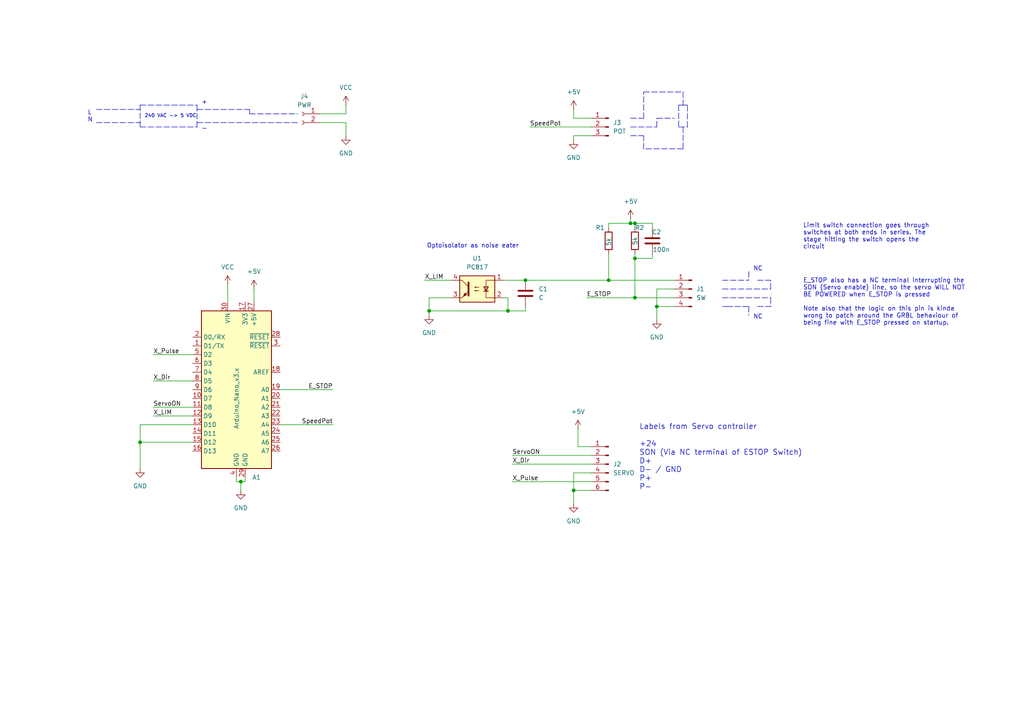
<source format=kicad_sch>
(kicad_sch (version 20231120) (generator "eeschema") (generator_version "8.0")
  (paper "A4")
  (lib_symbols
    (symbol "Connector:Conn_01x02_Female" (pin_names (offset 1.016) hide)
      (property "Reference" "J" (at 0 2.54 0))
      (property "Value" "Conn_01x02_Female" (at 0 -5.08 0))
      (symbol "Conn_01x02_Female_1_1"
        (arc (start 0 -2.032) (mid -0.5058 -2.54) (end 0 -3.048) (stroke (width 0.1524)))
        (polyline (pts (xy -1.27 -2.54) (xy -0.508 -2.54)) (stroke (width 0.1524)))
        (polyline (pts (xy -1.27 0) (xy -0.508 0)) (stroke (width 0.1524)))
        (arc (start 0 0.508) (mid -0.5058 0) (end 0 -0.508) (stroke (width 0.1524)))
        (pin passive line (at -5.08 0 0) (length 3.81) (name "Pin_1") (number "1"))
        (pin passive line (at -5.08 -2.54 0) (length 3.81) (name "Pin_2") (number "2"))
      )
    )
    (symbol "Connector:Conn_01x03_Male" (pin_names (offset 1.016) hide)
      (property "Reference" "J" (at 0 5.08 0))
      (property "Value" "Conn_01x03_Male" (at 0 -5.08 0))
      (symbol "Conn_01x03_Male_1_1"
        (polyline (pts (xy 1.27 -2.54) (xy 0.8636 -2.54)) (stroke (width 0.1524)))
        (polyline (pts (xy 1.27 0) (xy 0.8636 0)) (stroke (width 0.1524)))
        (polyline (pts (xy 1.27 2.54) (xy 0.8636 2.54)) (stroke (width 0.1524)))
        (rectangle (start 0.8636 -2.413) (end 0 -2.667) (stroke (width 0.1524)) (fill (type outline)))
        (rectangle (start 0.8636 0.127) (end 0 -0.127) (stroke (width 0.1524)) (fill (type outline)))
        (rectangle (start 0.8636 2.667) (end 0 2.413) (stroke (width 0.1524)) (fill (type outline)))
        (pin passive line (at 5.08 2.54 180) (length 3.81) (name "Pin_1") (number "1"))
        (pin passive line (at 5.08 0 180) (length 3.81) (name "Pin_2") (number "2"))
        (pin passive line (at 5.08 -2.54 180) (length 3.81) (name "Pin_3") (number "3"))
      )
    )
    (symbol "Connector:Conn_01x04_Male" (pin_names (offset 1.016) hide)
      (property "Reference" "J" (at 0 5.08 0))
      (property "Value" "Conn_01x04_Male" (at 0 -7.62 0))
      (symbol "Conn_01x04_Male_1_1"
        (polyline (pts (xy 1.27 -5.08) (xy 0.8636 -5.08)) (stroke (width 0.1524)))
        (polyline (pts (xy 1.27 -2.54) (xy 0.8636 -2.54)) (stroke (width 0.1524)))
        (polyline (pts (xy 1.27 0) (xy 0.8636 0)) (stroke (width 0.1524)))
        (polyline (pts (xy 1.27 2.54) (xy 0.8636 2.54)) (stroke (width 0.1524)))
        (rectangle (start 0.8636 -4.953) (end 0 -5.207) (stroke (width 0.1524)) (fill (type outline)))
        (rectangle (start 0.8636 -2.413) (end 0 -2.667) (stroke (width 0.1524)) (fill (type outline)))
        (rectangle (start 0.8636 0.127) (end 0 -0.127) (stroke (width 0.1524)) (fill (type outline)))
        (rectangle (start 0.8636 2.667) (end 0 2.413) (stroke (width 0.1524)) (fill (type outline)))
        (pin passive line (at 5.08 2.54 180) (length 3.81) (name "Pin_1") (number "1"))
        (pin passive line (at 5.08 0 180) (length 3.81) (name "Pin_2") (number "2"))
        (pin passive line (at 5.08 -2.54 180) (length 3.81) (name "Pin_3") (number "3"))
        (pin passive line (at 5.08 -5.08 180) (length 3.81) (name "Pin_4") (number "4"))
      )
    )
    (symbol "Connector:Conn_01x06_Male" (pin_names (offset 1.016) hide)
      (property "Reference" "J" (at 0 7.62 0))
      (property "Value" "Conn_01x06_Male" (at 0 -10.16 0))
      (symbol "Conn_01x06_Male_1_1"
        (polyline (pts (xy 1.27 -7.62) (xy 0.8636 -7.62)) (stroke (width 0.1524)))
        (polyline (pts (xy 1.27 -5.08) (xy 0.8636 -5.08)) (stroke (width 0.1524)))
        (polyline (pts (xy 1.27 -2.54) (xy 0.8636 -2.54)) (stroke (width 0.1524)))
        (polyline (pts (xy 1.27 0) (xy 0.8636 0)) (stroke (width 0.1524)))
        (polyline (pts (xy 1.27 2.54) (xy 0.8636 2.54)) (stroke (width 0.1524)))
        (polyline (pts (xy 1.27 5.08) (xy 0.8636 5.08)) (stroke (width 0.1524)))
        (rectangle (start 0.8636 -7.493) (end 0 -7.747) (stroke (width 0.1524)) (fill (type outline)))
        (rectangle (start 0.8636 -4.953) (end 0 -5.207) (stroke (width 0.1524)) (fill (type outline)))
        (rectangle (start 0.8636 -2.413) (end 0 -2.667) (stroke (width 0.1524)) (fill (type outline)))
        (rectangle (start 0.8636 0.127) (end 0 -0.127) (stroke (width 0.1524)) (fill (type outline)))
        (rectangle (start 0.8636 2.667) (end 0 2.413) (stroke (width 0.1524)) (fill (type outline)))
        (rectangle (start 0.8636 5.207) (end 0 4.953) (stroke (width 0.1524)) (fill (type outline)))
        (pin passive line (at 5.08 5.08 180) (length 3.81) (name "Pin_1") (number "1"))
        (pin passive line (at 5.08 2.54 180) (length 3.81) (name "Pin_2") (number "2"))
        (pin passive line (at 5.08 0 180) (length 3.81) (name "Pin_3") (number "3"))
        (pin passive line (at 5.08 -2.54 180) (length 3.81) (name "Pin_4") (number "4"))
        (pin passive line (at 5.08 -5.08 180) (length 3.81) (name "Pin_5") (number "5"))
        (pin passive line (at 5.08 -7.62 180) (length 3.81) (name "Pin_6") (number "6"))
      )
    )
    (symbol "Device:C" (pin_numbers hide) (pin_names (offset 0.254))
      (property "Reference" "C" (at 0.635 2.54 0))
      (property "Value" "C" (at 0.635 -2.54 0))
      (symbol "C_0_1"
        (polyline (pts (xy -2.032 -0.762) (xy 2.032 -0.762)) (stroke (width 0.508)))
        (polyline (pts (xy -2.032 0.762) (xy 2.032 0.762)) (stroke (width 0.508)))
      )
      (symbol "C_1_1"
        (pin passive line (at 0 3.81 270) (length 2.794) (name "~") (number "1"))
        (pin passive line (at 0 -3.81 90) (length 2.794) (name "~") (number "2"))
      )
    )
    (symbol "Device:R" (pin_numbers hide) (pin_names (offset 0))
      (property "Reference" "R" (at 2.032 0 90))
      (property "Value" "R" (at 0 0 90))
      (symbol "R_0_1"
        (rectangle (start -1.016 -2.54) (end 1.016 2.54) (stroke (width 0.254)))
      )
      (symbol "R_1_1"
        (pin passive line (at 0 3.81 270) (length 1.27) (name "~") (number "1"))
        (pin passive line (at 0 -3.81 90) (length 1.27) (name "~") (number "2"))
      )
    )
    (symbol "Isolator:PC817" (pin_names (offset 1.016))
      (property "Reference" "U" (at -5.08 5.08 0))
      (property "Value" "PC817" (at 0 5.08 0))
      (symbol "PC817_0_1"
        (rectangle (start -5.08 3.81) (end 5.08 -3.81) (stroke (width 0.254)) (fill (type background)))
        (polyline (pts (xy -3.175 -0.635) (xy -1.905 -0.635)) (stroke (width 0.254)))
        (polyline (pts (xy 2.54 0.635) (xy 4.445 2.54)))
        (polyline (pts (xy 4.445 -2.54) (xy 2.54 -0.635)) (fill (type outline)))
        (polyline (pts (xy 4.445 -2.54) (xy 5.08 -2.54)))
        (polyline (pts (xy 4.445 2.54) (xy 5.08 2.54)))
        (polyline (pts (xy -5.08 2.54) (xy -2.54 2.54) (xy -2.54 -0.635)))
        (polyline (pts (xy -2.54 -0.635) (xy -2.54 -2.54) (xy -5.08 -2.54)))
        (polyline (pts (xy 2.54 1.905) (xy 2.54 -1.905) (xy 2.54 -1.905)) (stroke (width 0.508)))
        (polyline (pts (xy -2.54 -0.635) (xy -3.175 0.635) (xy -1.905 0.635) (xy -2.54 -0.635)) (stroke (width 0.254)))
        (polyline (pts (xy -0.508 -0.508) (xy 0.762 -0.508) (xy 0.381 -0.635) (xy 0.381 -0.381) (xy 0.762 -0.508)))
        (polyline (pts (xy -0.508 0.508) (xy 0.762 0.508) (xy 0.381 0.381) (xy 0.381 0.635) (xy 0.762 0.508)))
        (polyline (pts (xy 3.048 -1.651) (xy 3.556 -1.143) (xy 4.064 -2.159) (xy 3.048 -1.651) (xy 3.048 -1.651)) (fill (type outline)))
      )
      (symbol "PC817_1_1"
        (pin passive line (at -7.62 2.54 0) (length 2.54) (name "~") (number "1"))
        (pin passive line (at -7.62 -2.54 0) (length 2.54) (name "~") (number "2"))
        (pin passive line (at 7.62 -2.54 180) (length 2.54) (name "~") (number "3"))
        (pin passive line (at 7.62 2.54 180) (length 2.54) (name "~") (number "4"))
      )
    )
    (symbol "MCU_Module:Arduino_Nano_v3.x"
      (property "Reference" "A" (at -10.16 23.495 0))
      (property "Value" "Arduino_Nano_v3.x" (at 5.08 -24.13 0))
      (symbol "Arduino_Nano_v3.x_0_1"
        (rectangle (start -10.16 22.86) (end 10.16 -22.86) (stroke (width 0.254)) (fill (type background)))
      )
      (symbol "Arduino_Nano_v3.x_1_1"
        (pin bidirectional line (at -12.7 12.7 0) (length 2.54) (name "D1/TX") (number "1"))
        (pin bidirectional line (at -12.7 -2.54 0) (length 2.54) (name "D7") (number "10"))
        (pin bidirectional line (at -12.7 -5.08 0) (length 2.54) (name "D8") (number "11"))
        (pin bidirectional line (at -12.7 -7.62 0) (length 2.54) (name "D9") (number "12"))
        (pin bidirectional line (at -12.7 -10.16 0) (length 2.54) (name "D10") (number "13"))
        (pin bidirectional line (at -12.7 -12.7 0) (length 2.54) (name "D11") (number "14"))
        (pin bidirectional line (at -12.7 -15.24 0) (length 2.54) (name "D12") (number "15"))
        (pin bidirectional line (at -12.7 -17.78 0) (length 2.54) (name "D13") (number "16"))
        (pin power_out line (at 2.54 25.4 270) (length 2.54) (name "3V3") (number "17"))
        (pin input line (at 12.7 5.08 180) (length 2.54) (name "AREF") (number "18"))
        (pin bidirectional line (at 12.7 0 180) (length 2.54) (name "A0") (number "19"))
        (pin bidirectional line (at -12.7 15.24 0) (length 2.54) (name "D0/RX") (number "2"))
        (pin bidirectional line (at 12.7 -2.54 180) (length 2.54) (name "A1") (number "20"))
        (pin bidirectional line (at 12.7 -5.08 180) (length 2.54) (name "A2") (number "21"))
        (pin bidirectional line (at 12.7 -7.62 180) (length 2.54) (name "A3") (number "22"))
        (pin bidirectional line (at 12.7 -10.16 180) (length 2.54) (name "A4") (number "23"))
        (pin bidirectional line (at 12.7 -12.7 180) (length 2.54) (name "A5") (number "24"))
        (pin bidirectional line (at 12.7 -15.24 180) (length 2.54) (name "A6") (number "25"))
        (pin bidirectional line (at 12.7 -17.78 180) (length 2.54) (name "A7") (number "26"))
        (pin power_out line (at 5.08 25.4 270) (length 2.54) (name "+5V") (number "27"))
        (pin input line (at 12.7 15.24 180) (length 2.54) (name "~{RESET}") (number "28"))
        (pin power_in line (at 2.54 -25.4 90) (length 2.54) (name "GND") (number "29"))
        (pin input line (at 12.7 12.7 180) (length 2.54) (name "~{RESET}") (number "3"))
        (pin power_in line (at -2.54 25.4 270) (length 2.54) (name "VIN") (number "30"))
        (pin power_in line (at 0 -25.4 90) (length 2.54) (name "GND") (number "4"))
        (pin bidirectional line (at -12.7 10.16 0) (length 2.54) (name "D2") (number "5"))
        (pin bidirectional line (at -12.7 7.62 0) (length 2.54) (name "D3") (number "6"))
        (pin bidirectional line (at -12.7 5.08 0) (length 2.54) (name "D4") (number "7"))
        (pin bidirectional line (at -12.7 2.54 0) (length 2.54) (name "D5") (number "8"))
        (pin bidirectional line (at -12.7 0 0) (length 2.54) (name "D6") (number "9"))
      )
    )
    (symbol "power:+5V" (power) (pin_names (offset 0))
      (property "Value" "+5V" (at 0 3.556 0))
      (symbol "+5V_0_1"
        (polyline (pts (xy -0.762 1.27) (xy 0 2.54)))
        (polyline (pts (xy 0 0) (xy 0 2.54)))
        (polyline (pts (xy 0 2.54) (xy 0.762 1.27)))
      )
      (symbol "+5V_1_1"
        (pin power_in line (at 0 0 90) (length 0) hide (name "+5V") (number "1"))
      )
    )
    (symbol "power:GND" (power) (pin_names (offset 0))
      (property "Value" "GND" (at 0 -3.81 0))
      (symbol "GND_0_1"
        (polyline (pts (xy 0 0) (xy 0 -1.27) (xy 1.27 -1.27) (xy 0 -2.54) (xy -1.27 -1.27) (xy 0 -1.27)))
      )
      (symbol "GND_1_1"
        (pin power_in line (at 0 0 270) (length 0) hide (name "GND") (number "1"))
      )
    )
    (symbol "power:VCC" (power) (pin_names (offset 0))
      (property "Value" "VCC" (at 0 3.81 0))
      (symbol "VCC_0_1"
        (polyline (pts (xy -0.762 1.27) (xy 0 2.54)))
        (polyline (pts (xy 0 0) (xy 0 2.54)))
        (polyline (pts (xy 0 2.54) (xy 0.762 1.27)))
      )
      (symbol "VCC_1_1"
        (pin power_in line (at 0 0 90) (length 0) hide (name "VCC") (number "1"))
      )
    )
  )
  (junction (at 40.64 128.27))
  (junction (at 69.85 139.7))
  (junction (at 184.15 74.93))
  (junction (at 190.5 88.9))
  (junction (at 184.15 64.77))
  (junction (at 124.46 90.17))
  (junction (at 166.37 142.24))
  (junction (at 147.32 90.17))
  (junction (at 152.4 81.28))
  (junction (at 176.53 81.28))
  (junction (at 184.15 86.36))
  (junction (at 182.88 64.77))
  (wire (pts (xy 69.85 139.7) (xy 69.85 142.24)))
  (polyline (pts (xy 219.71 88.9) (xy 223.52 88.9)) (stroke (width 0) (type dash)))
  (polyline (pts (xy 186.69 26.67) (xy 198.12 26.67)) (stroke (width 0) (type dash)))
  (polyline (pts (xy 182.88 36.83) (xy 190.5 36.83)) (stroke (width 0) (type dash)))
  (polyline (pts (xy 209.55 81.28) (xy 217.17 81.28)) (stroke (width 0) (type dash)))
  (wire (pts (xy 184.15 73.66) (xy 184.15 74.93)))
  (polyline (pts (xy 182.88 34.29) (xy 186.69 34.29)) (stroke (width 0) (type dash)))
  (polyline (pts (xy 198.12 26.67) (xy 198.12 30.48)) (stroke (width 0) (type dash)))
  (polyline (pts (xy 223.52 83.82) (xy 223.52 81.28)) (stroke (width 0) (type dash)))
  (polyline (pts (xy 198.12 30.48) (xy 199.39 30.48)) (stroke (width 0) (type dash)))
  (wire (pts (xy 148.59 134.62) (xy 171.45 134.62)))
  (wire (pts (xy 166.37 40.64) (xy 166.37 39.37)))
  (polyline (pts (xy 72.39 31.75) (xy 72.39 33.02)) (stroke (width 0) (type dash)))
  (wire (pts (xy 44.45 102.87) (xy 55.88 102.87)))
  (polyline (pts (xy 40.64 36.83) (xy 57.15 36.83)) (stroke (width 0) (type dash)))
  (wire (pts (xy 73.66 83.82) (xy 73.66 87.63)))
  (wire (pts (xy 184.15 64.77) (xy 189.23 64.77)))
  (polyline (pts (xy 72.39 33.02) (xy 86.36 33.02)) (stroke (width 0) (type dash)))
  (wire (pts (xy 171.45 142.24) (xy 166.37 142.24)))
  (polyline (pts (xy 209.55 83.82) (xy 223.52 83.82)) (stroke (width 0) (type dash)))
  (polyline (pts (xy 198.12 36.83) (xy 198.12 43.18)) (stroke (width 0) (type dash)))
  (wire (pts (xy 100.33 35.56) (xy 100.33 39.37)))
  (polyline (pts (xy 199.39 36.83) (xy 199.39 30.48)) (stroke (width 0) (type dash)))
  (wire (pts (xy 124.46 86.36) (xy 124.46 90.17)))
  (wire (pts (xy 171.45 137.16) (xy 166.37 137.16)))
  (wire (pts (xy 195.58 83.82) (xy 190.5 83.82)))
  (wire (pts (xy 69.85 139.7) (xy 68.58 139.7)))
  (polyline (pts (xy 182.88 39.37) (xy 186.69 39.37)) (stroke (width 0) (type dash)))
  (polyline (pts (xy 57.15 31.75) (xy 72.39 31.75)) (stroke (width 0) (type dash)))
  (wire (pts (xy 176.53 66.04) (xy 176.53 64.77)))
  (polyline (pts (xy 210.82 88.9) (xy 217.17 88.9)) (stroke (width 0) (type dash)))
  (wire (pts (xy 171.45 129.54) (xy 167.64 129.54)))
  (polyline (pts (xy 223.52 86.36) (xy 223.52 88.9)) (stroke (width 0) (type dash)))
  (wire (pts (xy 55.88 123.19) (xy 40.64 123.19)))
  (polyline (pts (xy 57.15 35.56) (xy 86.36 35.56)) (stroke (width 0) (type dash)))
  (wire (pts (xy 170.18 86.36) (xy 184.15 86.36)))
  (wire (pts (xy 71.12 138.43) (xy 71.12 139.7)))
  (polyline (pts (xy 190.5 36.83) (xy 190.5 34.29)) (stroke (width 0) (type dash)))
  (polyline (pts (xy 40.64 30.48) (xy 57.15 30.48)) (stroke (width 0) (type dash)))
  (wire (pts (xy 123.19 81.28) (xy 130.81 81.28)))
  (wire (pts (xy 147.32 86.36) (xy 147.32 90.17)))
  (polyline (pts (xy 219.71 81.28) (xy 223.52 81.28)) (stroke (width 0) (type dash)))
  (wire (pts (xy 124.46 86.36) (xy 130.81 86.36)))
  (polyline (pts (xy 27.94 31.75) (xy 40.64 31.75)) (stroke (width 0) (type dash)))
  (wire (pts (xy 148.59 132.08) (xy 171.45 132.08)))
  (wire (pts (xy 182.88 64.77) (xy 184.15 64.77)))
  (wire (pts (xy 176.53 64.77) (xy 182.88 64.77)))
  (wire (pts (xy 166.37 137.16) (xy 166.37 142.24)))
  (wire (pts (xy 92.71 33.02) (xy 100.33 33.02)))
  (wire (pts (xy 100.33 33.02) (xy 100.33 30.48)))
  (wire (pts (xy 40.64 123.19) (xy 40.64 128.27)))
  (wire (pts (xy 152.4 81.28) (xy 176.53 81.28)))
  (polyline (pts (xy 209.55 86.36) (xy 223.52 86.36)) (stroke (width 0) (type dash)))
  (wire (pts (xy 124.46 90.17) (xy 124.46 91.44)))
  (wire (pts (xy 190.5 83.82) (xy 190.5 88.9)))
  (wire (pts (xy 147.32 90.17) (xy 152.4 90.17)))
  (wire (pts (xy 71.12 139.7) (xy 69.85 139.7)))
  (polyline (pts (xy 186.69 43.18) (xy 186.69 39.37)) (stroke (width 0) (type dash)))
  (polyline (pts (xy 196.85 36.83) (xy 199.39 36.83)) (stroke (width 0) (type dash)))
  (wire (pts (xy 148.59 139.7) (xy 171.45 139.7)))
  (wire (pts (xy 44.45 118.11) (xy 55.88 118.11)))
  (wire (pts (xy 146.05 81.28) (xy 152.4 81.28)))
  (wire (pts (xy 40.64 128.27) (xy 55.88 128.27)))
  (wire (pts (xy 68.58 139.7) (xy 68.58 138.43)))
  (polyline (pts (xy 40.64 30.48) (xy 40.64 36.83)) (stroke (width 0) (type dash)))
  (wire (pts (xy 190.5 92.71) (xy 190.5 88.9)))
  (wire (pts (xy 44.45 110.49) (xy 55.88 110.49)))
  (wire (pts (xy 147.32 90.17) (xy 124.46 90.17)))
  (wire (pts (xy 40.64 128.27) (xy 40.64 135.89)))
  (wire (pts (xy 66.04 82.55) (xy 66.04 87.63)))
  (polyline (pts (xy 198.12 43.18) (xy 186.69 43.18)) (stroke (width 0) (type dash)))
  (polyline (pts (xy 186.69 34.29) (xy 186.69 26.67)) (stroke (width 0) (type dash)))
  (polyline (pts (xy 57.15 36.83) (xy 57.15 30.48)) (stroke (width 0) (type dash)))
  (wire (pts (xy 166.37 142.24) (xy 166.37 146.05)))
  (polyline (pts (xy 217.17 88.9) (xy 217.17 91.44)) (stroke (width 0) (type dash)))
  (wire (pts (xy 184.15 66.04) (xy 184.15 64.77)))
  (wire (pts (xy 190.5 88.9) (xy 195.58 88.9)))
  (wire (pts (xy 153.67 36.83) (xy 171.45 36.83)))
  (wire (pts (xy 176.53 81.28) (xy 195.58 81.28)))
  (polyline (pts (xy 190.5 34.29) (xy 195.58 34.29)) (stroke (width 0) (type dash)))
  (wire (pts (xy 184.15 74.93) (xy 184.15 86.36)))
  (polyline (pts (xy 217.17 78.74) (xy 217.17 81.28)) (stroke (width 0) (type dash)))
  (wire (pts (xy 189.23 64.77) (xy 189.23 66.04)))
  (wire (pts (xy 81.28 123.19) (xy 96.52 123.19)))
  (wire (pts (xy 176.53 73.66) (xy 176.53 81.28)))
  (polyline (pts (xy 196.85 30.48) (xy 196.85 36.83)) (stroke (width 0) (type dash)))
  (wire (pts (xy 182.88 64.77) (xy 182.88 63.5)))
  (wire (pts (xy 166.37 34.29) (xy 166.37 31.75)))
  (wire (pts (xy 184.15 86.36) (xy 195.58 86.36)))
  (wire (pts (xy 81.28 113.03) (xy 96.52 113.03)))
  (wire (pts (xy 171.45 34.29) (xy 166.37 34.29)))
  (wire (pts (xy 146.05 86.36) (xy 147.32 86.36)))
  (wire (pts (xy 92.71 35.56) (xy 100.33 35.56)))
  (wire (pts (xy 167.64 129.54) (xy 167.64 124.46)))
  (wire (pts (xy 44.45 120.65) (xy 55.88 120.65)))
  (wire (pts (xy 152.4 88.9) (xy 152.4 90.17)))
  (wire (pts (xy 166.37 39.37) (xy 171.45 39.37)))
  (wire (pts (xy 184.15 74.93) (xy 189.23 74.93)))
  (polyline (pts (xy 209.55 88.9) (xy 210.82 88.9)) (stroke (width 0) (type dash)))
  (polyline (pts (xy 198.12 30.48) (xy 196.85 30.48)) (stroke (width 0) (type dash)))
  (wire (pts (xy 189.23 73.66) (xy 189.23 74.93)))
  (polyline (pts (xy 27.94 35.56) (xy 40.64 35.56)) (stroke (width 0) (type dash)))
  (text "240 VAC -> 5 VDC" (at 41.91 34.29 0) (effects (font (size 1 1)) (justify left bottom)))
  (text "Limit switch connection goes through\nswitches at both ends in series. The\nstage hitting the switch opens the \ncircuit" (at 232.918 68.58 0) (effects (font (size 1.27 1.27)) (justify left)))
  (text "E_STOP also has a NC terminal interrupting the \nSON (Servo enable) line, so the servo WILL NOT\nBE POWERED when E_STOP is pressed\n\nNote also that the logic on this pin is kinda\nwrong to patch around the GRBL behaviour of\nbeing fine with E_STOP pressed on startup." (at 232.918 94.488 0) (effects (font (size 1.27 1.27)) (justify left bottom)))
  (text "-" (at 58.42 38.1 0) (effects (font (size 1.27 1.27)) (justify left bottom)))
  (text "Optoisolator as noise eater" (at 137.16 71.374 0) (effects (font (size 1.27 1.27))))
  (text "+" (at 58.42 30.48 0) (effects (font (size 1.27 1.27)) (justify left bottom)))
  (text "NC" (at 218.44 78.74 0) (effects (font (size 1.27 1.27)) (justify left bottom)))
  (text "L\nN" (at 25.4 35.56 0) (effects (font (size 1.27 1.27)) (justify left bottom)))
  (text "NC" (at 218.44 92.71 0) (effects (font (size 1.27 1.27)) (justify left bottom)))
  (text "Labels from Servo controller\n\n+24\nSON (Via NC terminal of ESTOP Switch)\nD+\nD- / GND\nP+\nP-" (at 185.42 142.24 0) (effects (font (size 1.55 1.55)) (justify left bottom)))
  (label "X_Pulse" (at 44.45 102.87 0))
  (label "E_STOP" (at 96.52 113.03 180))
  (label "X_LIM" (at 123.19 81.28 0))
  (label "SpeedPot" (at 96.52 123.19 180))
  (label "X_Pulse" (at 148.59 139.7 0))
  (label "X_Dir" (at 44.45 110.49 0))
  (label "E_STOP" (at 170.18 86.36 0))
  (label "ServoON" (at 148.59 132.08 0))
  (label "X_LIM" (at 44.45 120.65 0))
  (label "SpeedPot" (at 153.67 36.83 0))
  (label "ServoON" (at 44.45 118.11 0))
  (label "X_Dir" (at 148.59 134.62 0))
  (symbol (lib_id "power:VCC") (at 100.33 30.48 0) (unit 1)
    (property "Reference" "#PWR0110" (effects (hide yes)))
    (property "Value" "VCC" (at 100.33 25.4 0))
  )
  (symbol (lib_id "power:GND") (at 166.37 40.64 0) (unit 1)
    (property "Reference" "#PWR0105" (effects (hide yes)))
    (property "Value" "GND" (at 166.37 45.72 0))
  )
  (symbol (lib_id "Device:C") (at 152.4 85.09 0) (unit 1)
    (property "Reference" "C1" (at 156.21 83.8199 0) (effects (justify left)))
    (property "Value" "C" (at 156.21 86.3599 0) (effects (justify left)))
    (property "Description" "Unpolarized capacitor" (effects (hide yes)))
  )
  (symbol (lib_id "power:+5V") (at 182.88 63.5 0) (unit 1)
    (property "Reference" "#PWR0111" (effects (hide yes)))
    (property "Value" "+5V" (at 182.88 58.42 0))
  )
  (symbol (lib_id "power:GND") (at 124.46 91.44 0) (unit 1)
    (property "Reference" "#PWR02" (effects (hide yes)))
    (property "Value" "GND" (at 124.46 96.52 0))
    (property "Description" "Power symbol creates a global label with name \"GND\" , ground" (effects (hide yes)))
  )
  (symbol (lib_id "Device:C") (at 189.23 69.85 0) (mirror y) (unit 1)
    (property "Reference" "C2" (at 191.77 67.31 0) (effects (justify left)))
    (property "Value" "100n" (at 194.31 72.39 0) (effects (justify left)))
  )
  (symbol (lib_id "Connector:Conn_01x06_Male") (at 176.53 134.62 0) (mirror y) (unit 1)
    (property "Reference" "J2" (at 177.8 134.6199 0) (effects (justify right)))
    (property "Value" "SERVO" (at 177.8 137.1599 0) (effects (justify right)))
    (property "Footprint" "Connector_Phoenix_MSTB:PhoenixContact_MSTBVA_2,5_6-G-5,08_1x06_P5.08mm_Vertical" (effects (hide yes)))
  )
  (symbol (lib_id "power:GND") (at 100.33 39.37 0) (unit 1)
    (property "Reference" "#PWR0109" (effects (hide yes)))
    (property "Value" "GND" (at 100.33 44.45 0))
  )
  (symbol (lib_id "power:+5V") (at 73.66 83.82 0) (unit 1)
    (property "Reference" "#PWR0102" (effects (hide yes)))
    (property "Value" "+5V" (at 73.66 78.74 0))
  )
  (symbol (lib_id "power:GND") (at 40.64 135.89 0) (unit 1)
    (property "Reference" "#PWR01" (effects (hide yes)))
    (property "Value" "GND" (at 40.64 140.97 0))
    (property "Description" "Power symbol creates a global label with name \"GND\" , ground" (effects (hide yes)))
  )
  (symbol (lib_id "power:+5V") (at 167.64 124.46 0) (unit 1)
    (property "Reference" "#PWR0103" (effects (hide yes)))
    (property "Value" "+5V" (at 167.64 119.38 0))
  )
  (symbol (lib_id "Isolator:PC817") (at 138.43 83.82 0) (mirror y) (unit 1)
    (property "Reference" "U1" (at 138.43 74.93 0))
    (property "Value" "PC817" (at 138.43 77.47 0))
    (property "Footprint" "Package_DIP:DIP-4_W7.62mm" (effects (hide yes)))
    (property "Datasheet" "http://www.soselectronic.cz/a_info/resource/d/pc817.pdf" (effects (hide yes)))
    (property "Description" "DC Optocoupler, Vce 35V, CTR 50-300%, DIP-4" (effects (hide yes)))
  )
  (symbol (lib_id "MCU_Module:Arduino_Nano_v3.x") (at 68.58 113.03 0) (unit 1)
    (property "Reference" "A1" (at 73.1394 138.43 0) (effects (justify left)))
    (property "Value" "Arduino_Nano_v3.x" (at 68.58 124.46 90) (effects (justify left)))
    (property "Footprint" "Module:Arduino_Nano" (effects (hide yes)))
    (property "Datasheet" "http://www.mouser.com/pdfdocs/Gravitech_Arduino_Nano3_0.pdf" (effects (hide yes)))
  )
  (symbol (lib_id "Device:R") (at 184.15 69.85 0) (unit 1)
    (property "Reference" "R2" (at 184.15 66.04 0) (effects (justify left)))
    (property "Value" "5k" (at 184.15 71.12 90) (effects (justify left)))
  )
  (symbol (lib_id "Connector:Conn_01x04_Male") (at 200.66 83.82 0) (mirror y) (unit 1)
    (property "Reference" "J1" (at 201.93 83.8199 0) (effects (justify right)))
    (property "Value" "SW" (at 201.93 86.3599 0) (effects (justify right)))
    (property "Footprint" "Connector_Phoenix_MSTB:PhoenixContact_MSTBVA_2,5_4-G-5,08_1x04_P5.08mm_Vertical" (effects (hide yes)))
  )
  (symbol (lib_id "power:GND") (at 166.37 146.05 0) (unit 1)
    (property "Reference" "#PWR0104" (effects (hide yes)))
    (property "Value" "GND" (at 166.37 151.13 0))
  )
  (symbol (lib_id "Connector:Conn_01x02_Female") (at 87.63 33.02 0) (mirror y) (unit 1)
    (property "Reference" "J4" (at 88.265 27.94 0))
    (property "Value" "PWR" (at 88.265 30.48 0))
  )
  (symbol (lib_id "power:+5V") (at 166.37 31.75 0) (unit 1)
    (property "Reference" "#PWR0107" (effects (hide yes)))
    (property "Value" "+5V" (at 166.37 26.67 0))
  )
  (symbol (lib_id "power:GND") (at 69.85 142.24 0) (unit 1)
    (property "Reference" "#PWR0101" (effects (hide yes)))
    (property "Value" "GND" (at 69.85 147.32 0))
  )
  (symbol (lib_id "power:VCC") (at 66.04 82.55 0) (unit 1)
    (property "Reference" "#PWR0108" (effects (hide yes)))
    (property "Value" "VCC" (at 66.04 77.47 0))
  )
  (symbol (lib_id "Device:R") (at 176.53 69.85 0) (unit 1)
    (property "Reference" "R1" (at 172.72 66.04 0) (effects (justify left)))
    (property "Value" "5k" (at 176.53 71.374 90) (effects (justify left)))
    (property "Description" "Resistor" (effects (hide yes)))
  )
  (symbol (lib_id "power:GND") (at 190.5 92.71 0) (unit 1)
    (property "Reference" "#PWR0106" (effects (hide yes)))
    (property "Value" "GND" (at 190.5 97.79 0))
  )
  (symbol (lib_id "Connector:Conn_01x03_Male") (at 176.53 36.83 0) (mirror y) (unit 1)
    (property "Reference" "J3" (at 177.8 35.5599 0) (effects (justify right)))
    (property "Value" "POT" (at 177.8 38.0999 0) (effects (justify right)))
    (property "Footprint" "Connector_Phoenix_MSTB:PhoenixContact_MSTBVA_2,5_3-G-5,08_1x03_P5.08mm_Vertical" (effects (hide yes)))
  )
)
</source>
